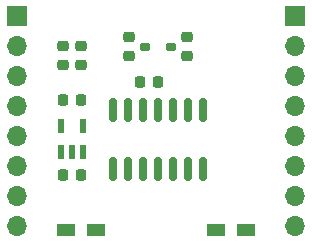
<source format=gbs>
G04 #@! TF.GenerationSoftware,KiCad,Pcbnew,9.0.0*
G04 #@! TF.CreationDate,2025-04-06T21:13:16-04:00*
G04 #@! TF.ProjectId,MiniCamel_riser,4d696e69-4361-46d6-956c-5f7269736572,2.1*
G04 #@! TF.SameCoordinates,PX16e3600PY6052340*
G04 #@! TF.FileFunction,Soldermask,Bot*
G04 #@! TF.FilePolarity,Negative*
%FSLAX46Y46*%
G04 Gerber Fmt 4.6, Leading zero omitted, Abs format (unit mm)*
G04 Created by KiCad (PCBNEW 9.0.0) date 2025-04-06 21:13:16*
%MOMM*%
%LPD*%
G01*
G04 APERTURE LIST*
G04 Aperture macros list*
%AMRoundRect*
0 Rectangle with rounded corners*
0 $1 Rounding radius*
0 $2 $3 $4 $5 $6 $7 $8 $9 X,Y pos of 4 corners*
0 Add a 4 corners polygon primitive as box body*
4,1,4,$2,$3,$4,$5,$6,$7,$8,$9,$2,$3,0*
0 Add four circle primitives for the rounded corners*
1,1,$1+$1,$2,$3*
1,1,$1+$1,$4,$5*
1,1,$1+$1,$6,$7*
1,1,$1+$1,$8,$9*
0 Add four rect primitives between the rounded corners*
20,1,$1+$1,$2,$3,$4,$5,0*
20,1,$1+$1,$4,$5,$6,$7,0*
20,1,$1+$1,$6,$7,$8,$9,0*
20,1,$1+$1,$8,$9,$2,$3,0*%
G04 Aperture macros list end*
%ADD10R,1.700000X1.700000*%
%ADD11O,1.700000X1.700000*%
%ADD12RoundRect,0.225000X-0.225000X-0.250000X0.225000X-0.250000X0.225000X0.250000X-0.225000X0.250000X0*%
%ADD13RoundRect,0.225000X-0.250000X0.225000X-0.250000X-0.225000X0.250000X-0.225000X0.250000X0.225000X0*%
%ADD14R,1.500000X1.000000*%
%ADD15R,0.600000X1.200000*%
%ADD16RoundRect,0.225000X0.250000X-0.225000X0.250000X0.225000X-0.250000X0.225000X-0.250000X-0.225000X0*%
%ADD17RoundRect,0.225000X0.225000X0.250000X-0.225000X0.250000X-0.225000X-0.250000X0.225000X-0.250000X0*%
%ADD18RoundRect,0.175000X-0.275000X-0.175000X0.275000X-0.175000X0.275000X0.175000X-0.275000X0.175000X0*%
%ADD19RoundRect,0.150000X-0.150000X0.825000X-0.150000X-0.825000X0.150000X-0.825000X0.150000X0.825000X0*%
G04 APERTURE END LIST*
D10*
X38790000Y12360000D03*
D11*
X38790000Y9820000D03*
X38790000Y7280000D03*
X38790000Y4740000D03*
X38790000Y2200000D03*
X38790000Y-340000D03*
X38790000Y-2880000D03*
X38790000Y-5420000D03*
D10*
X62250000Y12360000D03*
D11*
X62250000Y9820000D03*
X62250000Y7280000D03*
X62250000Y4740000D03*
X62250000Y2200000D03*
X62250000Y-340000D03*
X62250000Y-2880000D03*
X62250000Y-5420000D03*
D12*
X42645000Y5280000D03*
X44195000Y5280000D03*
X42635000Y-1080000D03*
X44185000Y-1080000D03*
D13*
X48237044Y10545000D03*
X48237044Y8995000D03*
D14*
X42920000Y-5790000D03*
X45420000Y-5790000D03*
D15*
X44360000Y815000D03*
X43410000Y815000D03*
X42460000Y815000D03*
X42460000Y3015000D03*
X44360000Y3015000D03*
D14*
X55620000Y-5790000D03*
X58120000Y-5790000D03*
D16*
X44180000Y8240000D03*
X44180000Y9790000D03*
D17*
X50720000Y6760000D03*
X49170000Y6760000D03*
D13*
X42650000Y9790000D03*
X42650000Y8240000D03*
D16*
X53102956Y8995000D03*
X53102956Y10545000D03*
D18*
X49570000Y9770000D03*
X51770000Y9770000D03*
D19*
X46910000Y4390000D03*
X48180000Y4390000D03*
X49450000Y4390000D03*
X50720000Y4390000D03*
X51990000Y4390000D03*
X53260000Y4390000D03*
X54530000Y4390000D03*
X54530000Y-560000D03*
X53260000Y-560000D03*
X51990000Y-560000D03*
X50720000Y-560000D03*
X49450000Y-560000D03*
X48180000Y-560000D03*
X46910000Y-560000D03*
M02*

</source>
